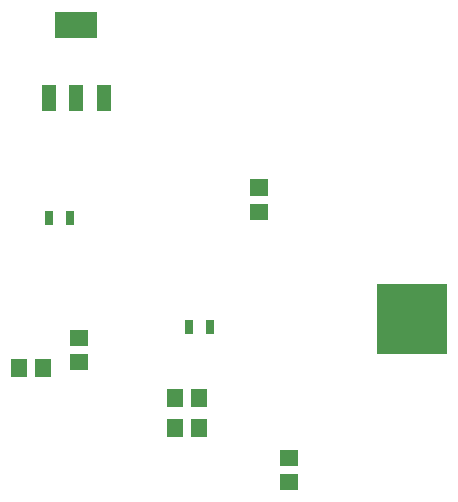
<source format=gtp>
G04 MADE WITH FRITZING*
G04 WWW.FRITZING.ORG*
G04 DOUBLE SIDED*
G04 HOLES PLATED*
G04 CONTOUR ON CENTER OF CONTOUR VECTOR*
%ASAXBY*%
%FSLAX23Y23*%
%MOIN*%
%OFA0B0*%
%SFA1.0B1.0*%
%ADD10R,0.236972X0.236959*%
%ADD11R,0.031496X0.047244*%
%ADD12R,0.048000X0.088000*%
%ADD13R,0.141732X0.086614*%
%ADD14R,0.055118X0.059055*%
%ADD15R,0.059055X0.055118*%
%ADD16R,0.001000X0.001000*%
%LNPASTEMASK1*%
G90*
G70*
G54D10*
X1711Y856D03*
G54D11*
X502Y1192D03*
X573Y1192D03*
G54D12*
X502Y1592D03*
X593Y1592D03*
X684Y1592D03*
G54D13*
X593Y1836D03*
G54D14*
X1002Y492D03*
X921Y492D03*
X1002Y592D03*
X921Y592D03*
X402Y692D03*
X483Y692D03*
G54D11*
X967Y828D03*
X1038Y828D03*
G54D15*
X1302Y392D03*
X1302Y312D03*
X602Y792D03*
X602Y712D03*
G36*
X1232Y1265D02*
X1173Y1265D01*
X1173Y1320D01*
X1232Y1320D01*
X1232Y1265D01*
G37*
D02*
G36*
X1232Y1184D02*
X1173Y1184D01*
X1173Y1239D01*
X1232Y1239D01*
X1232Y1184D01*
G37*
D02*
G54D16*
D02*
G04 End of PasteMask1*
M02*
</source>
